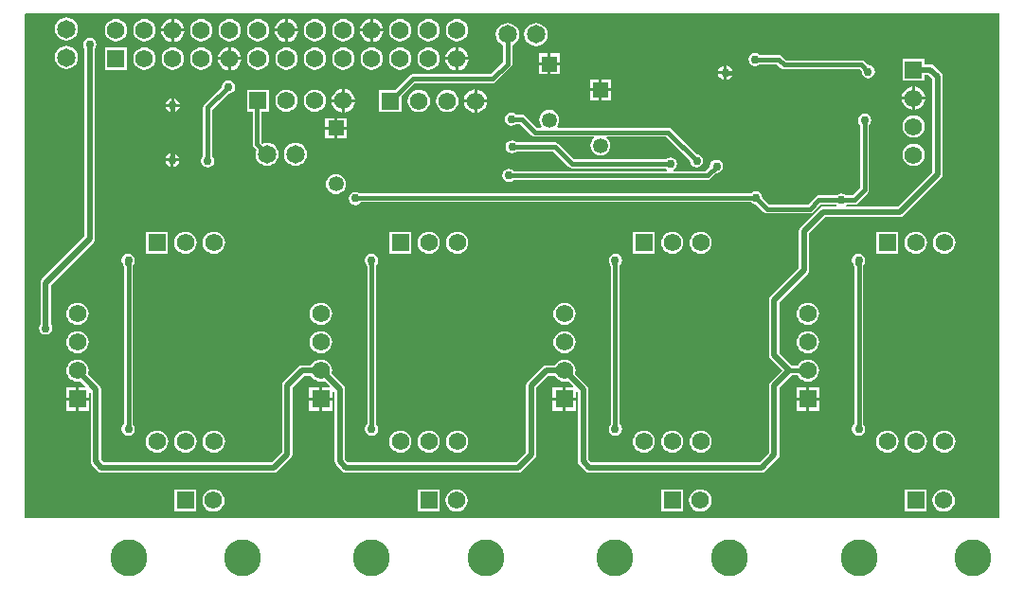
<source format=gbl>
%FSTAX23Y23*%
%MOIN*%
%SFA1B1*%

%IPPOS*%
%ADD26R,0.062000X0.062000*%
%ADD27C,0.062000*%
%ADD28C,0.053150*%
%ADD29R,0.053150X0.053150*%
%ADD30R,0.062000X0.062000*%
%ADD31C,0.129920*%
%ADD32C,0.065000*%
%ADD33C,0.030000*%
%ADD34C,0.015000*%
%ADD35C,0.020000*%
%ADD36R,0.209650X0.198820*%
%LNboard_pcb-1*%
%LPD*%
G36*
X04432Y03198D02*
D01*
Y01424*
X01005Y01422*
X01Y01427*
Y03195*
X01004Y03198*
X04432*
G37*
%LNboard_pcb-2*%
%LPC*%
G36*
X0338Y02431D02*
X0337Y0243D01*
X0336Y02426*
X03352Y0242*
X03346Y02411*
X03342Y02402*
X03341Y02392*
X03342Y02382*
X03346Y02372*
X03352Y02364*
X0336Y02358*
X0337Y02354*
X0338Y02352*
X0339Y02354*
X034Y02358*
X03408Y02364*
X03414Y02372*
X03418Y02382*
X03419Y02392*
X03418Y02402*
X03414Y02411*
X03408Y0242*
X034Y02426*
X0339Y0243*
X0338Y02431*
G37*
G36*
X04136D02*
X04126Y0243D01*
X04117Y02426*
X04109Y0242*
X04102Y02411*
X04098Y02402*
X04097Y02392*
X04098Y02382*
X04102Y02372*
X04109Y02364*
X04117Y02358*
X04126Y02354*
X04136Y02352*
X04146Y02354*
X04156Y02358*
X04164Y02364*
X0417Y02372*
X04174Y02382*
X04176Y02392*
X04174Y02402*
X0417Y02411*
X04164Y0242*
X04156Y02426*
X04146Y0243*
X04136Y02431*
G37*
G36*
X02523D02*
X02513Y0243D01*
X02503Y02426*
X02495Y0242*
X02489Y02411*
X02485Y02402*
X02483Y02392*
X02485Y02382*
X02489Y02372*
X02495Y02364*
X02503Y02358*
X02513Y02354*
X02523Y02352*
X02533Y02354*
X02542Y02358*
X02551Y02364*
X02557Y02372*
X02561Y02382*
X02562Y02392*
X02561Y02402*
X02557Y02411*
X02551Y0242*
X02542Y02426*
X02533Y0243*
X02523Y02431*
G37*
G36*
X0328D02*
X0327Y0243D01*
X0326Y02426*
X03252Y0242*
X03246Y02411*
X03242Y02402*
X03241Y02392*
X03242Y02382*
X03246Y02372*
X03252Y02364*
X0326Y02358*
X0327Y02354*
X0328Y02352*
X0329Y02354*
X033Y02358*
X03308Y02364*
X03314Y02372*
X03318Y02382*
X03319Y02392*
X03318Y02402*
X03314Y02411*
X03308Y0242*
X033Y02426*
X0329Y0243*
X0328Y02431*
G37*
G36*
X04236D02*
X04226Y0243D01*
X04217Y02426*
X04209Y0242*
X04202Y02411*
X04198Y02402*
X04197Y02392*
X04198Y02382*
X04202Y02372*
X04209Y02364*
X04217Y02358*
X04226Y02354*
X04236Y02352*
X04246Y02354*
X04256Y02358*
X04264Y02364*
X0427Y02372*
X04274Y02382*
X04276Y02392*
X04274Y02402*
X0427Y02411*
X04264Y0242*
X04256Y02426*
X04246Y0243*
X04236Y02431*
G37*
G36*
X03219Y02431D02*
X03141D01*
Y02353*
X03219*
Y02431*
G37*
G36*
X04075D02*
X03997D01*
Y02353*
X04075*
Y02431*
G37*
G36*
X01505D02*
X01427D01*
Y02353*
X01505*
Y02431*
G37*
G36*
X02362D02*
X02284D01*
Y02353*
X02362*
Y02431*
G37*
G36*
X02423Y02431D02*
X02413Y0243D01*
X02403Y02426*
X02395Y0242*
X02389Y02411*
X02385Y02402*
X02383Y02392*
X02385Y02382*
X02389Y02372*
X02395Y02364*
X02403Y02358*
X02413Y02354*
X02423Y02352*
X02433Y02354*
X02442Y02358*
X02451Y02364*
X02457Y02372*
X02461Y02382*
X02462Y02392*
X02461Y02402*
X02457Y02411*
X02451Y0242*
X02442Y02426*
X02433Y0243*
X02423Y02431*
G37*
G36*
X01231Y03114D02*
X01222Y03112D01*
X01214Y03107*
X01209Y03099*
X01207Y0309*
X01209Y03081*
X01212Y03076*
Y02415*
X01061Y02263*
X01057Y02258*
X01057Y02256*
X01056Y0225*
Y02105*
X01053Y021*
X01051Y02091*
X01053Y02082*
X01058Y02074*
X01065Y02069*
X01074Y02068*
X01083Y02069*
X01091Y02074*
X01096Y02082*
X01098Y02091*
X01096Y021*
X01093Y02105*
Y02243*
X01244Y02394*
X01248Y024*
X01248Y02401*
X01249Y02407*
Y03076*
X01252Y03081*
X01254Y0309*
X01252Y03099*
X01247Y03107*
X0124Y03112*
X01231Y03114*
G37*
G36*
X01187Y02181D02*
X01177Y0218D01*
X01167Y02176*
X01159Y0217*
X01153Y02161*
X01149Y02152*
X01148Y02142*
X01149Y02132*
X01153Y02122*
X01159Y02114*
X01167Y02108*
X01177Y02104*
X01187Y02102*
X01197Y02104*
X01207Y02108*
X01215Y02114*
X01221Y02122*
X01225Y02132*
X01226Y02142*
X01225Y02152*
X01221Y02161*
X01215Y0217*
X01207Y02176*
X01197Y0218*
X01187Y02181*
G37*
G36*
X029Y02081D02*
X0289Y0208D01*
X02881Y02076*
X02873Y0207*
X02866Y02061*
X02862Y02052*
X02861Y02042*
X02862Y02032*
X02866Y02022*
X02873Y02014*
X02881Y02008*
X0289Y02004*
X029Y02002*
X02911Y02004*
X0292Y02008*
X02928Y02014*
X02935Y02022*
X02938Y02032*
X0294Y02042*
X02938Y02052*
X02935Y02061*
X02928Y0207*
X0292Y02076*
X02911Y0208*
X029Y02081*
G37*
G36*
X03757D02*
X03747Y0208D01*
X03737Y02076*
X03729Y0207*
X03723Y02061*
X03719Y02052*
X03717Y02042*
X03719Y02032*
X03723Y02022*
X03729Y02014*
X03737Y02008*
X03747Y02004*
X03757Y02002*
X03767Y02004*
X03776Y02008*
X03785Y02014*
X03791Y02022*
X03795Y02032*
X03796Y02042*
X03795Y02052*
X03791Y02061*
X03785Y0207*
X03776Y02076*
X03767Y0208*
X03757Y02081*
G37*
G36*
X02043Y02181D02*
X02033Y0218D01*
X02024Y02176*
X02015Y0217*
X02009Y02161*
X02005Y02152*
X02004Y02142*
X02005Y02132*
X02009Y02122*
X02015Y02114*
X02024Y02108*
X02033Y02104*
X02043Y02102*
X02053Y02104*
X02063Y02108*
X02071Y02114*
X02077Y02122*
X02081Y02132*
X02083Y02142*
X02081Y02152*
X02077Y02161*
X02071Y0217*
X02063Y02176*
X02053Y0218*
X02043Y02181*
G37*
G36*
X01566Y02431D02*
X01556Y0243D01*
X01547Y02426*
X01539Y0242*
X01532Y02411*
X01528Y02402*
X01527Y02392*
X01528Y02382*
X01532Y02372*
X01539Y02364*
X01547Y02358*
X01556Y02354*
X01566Y02352*
X01577Y02354*
X01586Y02358*
X01594Y02364*
X01601Y02372*
X01604Y02382*
X01606Y02392*
X01604Y02402*
X01601Y02411*
X01594Y0242*
X01586Y02426*
X01577Y0243*
X01566Y02431*
G37*
G36*
X01666D02*
X01656Y0243D01*
X01647Y02426*
X01639Y0242*
X01632Y02411*
X01628Y02402*
X01627Y02392*
X01628Y02382*
X01632Y02372*
X01639Y02364*
X01647Y02358*
X01656Y02354*
X01666Y02352*
X01677Y02354*
X01686Y02358*
X01694Y02364*
X01701Y02372*
X01704Y02382*
X01706Y02392*
X01704Y02402*
X01701Y02411*
X01694Y0242*
X01686Y02426*
X01677Y0243*
X01666Y02431*
G37*
G36*
X029Y02181D02*
X0289Y0218D01*
X02881Y02176*
X02873Y0217*
X02866Y02161*
X02862Y02152*
X02861Y02142*
X02862Y02132*
X02866Y02122*
X02873Y02114*
X02881Y02108*
X0289Y02104*
X029Y02102*
X02911Y02104*
X0292Y02108*
X02928Y02114*
X02935Y02122*
X02938Y02132*
X0294Y02142*
X02938Y02152*
X02935Y02161*
X02928Y0217*
X0292Y02176*
X02911Y0218*
X029Y02181*
G37*
G36*
X03757D02*
X03747Y0218D01*
X03737Y02176*
X03729Y0217*
X03723Y02161*
X03719Y02152*
X03717Y02142*
X03719Y02132*
X03723Y02122*
X03729Y02114*
X03737Y02108*
X03747Y02104*
X03757Y02102*
X03767Y02104*
X03776Y02108*
X03785Y02114*
X03791Y02122*
X03795Y02132*
X03796Y02142*
X03795Y02152*
X03791Y02161*
X03785Y0217*
X03776Y02176*
X03767Y0218*
X03757Y02181*
G37*
G36*
X04168Y0304D02*
X0409D01*
Y02962*
X04168*
Y02983*
X04181*
X04195Y02969*
Y0264*
X04074Y02519*
X03894*
X03891Y02524*
X03893Y02526*
X0392*
X03926Y02527*
X03931Y02531*
X03967Y02567*
X03971Y02572*
X03972Y02578*
Y02806*
X03973Y02807*
X03978Y02814*
X0398Y02823*
X03978Y02832*
X03973Y0284*
X03965Y02845*
X03956Y02847*
X03947Y02845*
X0394Y0284*
X03935Y02832*
X03933Y02823*
X03935Y02814*
X0394Y02807*
X0394Y02806*
Y02585*
X03913Y02558*
X03892*
X03891Y02558*
X03883Y02563*
X03875Y02565*
X03866Y02563*
X03858Y02558*
X03857Y02558*
X03795*
X03789Y02556*
X03784Y02553*
X03758Y02527*
X03619*
X03597Y0255*
X03597Y02551*
X03595Y0256*
X0359Y02567*
X03582Y02572*
X03573Y02574*
X03564Y02572*
X03557Y02567*
X03556Y02566*
X02178*
X02174Y02569*
X02165Y02571*
X02156Y02569*
X02148Y02564*
X02143Y02557*
X02141Y02548*
X02143Y02539*
X02148Y02531*
X02156Y02526*
X02165Y02524*
X02174Y02526*
X02181Y02531*
X02184Y02535*
X03556*
X03557Y02534*
X03564Y02529*
X03573Y02527*
X03574Y02527*
X03602Y025*
X03607Y02497*
X03613Y02496*
X03764*
X0377Y02497*
X03775Y025*
X03801Y02526*
X03856*
X03858Y02524*
X03855Y02519*
X03811*
X03805Y02518*
X03804Y02517*
X03798Y02513*
X03731Y02447*
X03727Y02441*
X03726Y02439*
X03725Y02434*
Y02304*
X03625Y02204*
X03621Y02198*
X03621Y02197*
X0362Y02191*
Y01995*
X03621Y01989*
X03621Y01988*
X03625Y01982*
X03666Y01942*
X03626Y01902*
X03622Y01896*
X03622Y01895*
X03621Y01889*
Y01654*
X03586Y01619*
X02994*
X02984Y01629*
Y01877*
X02983Y01883*
X02983Y01884*
X02979Y0189*
X02938Y01931*
X02938Y01932*
X0294Y01942*
X02938Y01952*
X02935Y01961*
X02928Y0197*
X0292Y01976*
X02911Y0198*
X029Y01981*
X0289Y0198*
X02881Y01976*
X02873Y0197*
X02866Y01961*
X02866Y0196*
X02836*
X0283Y01959*
X02828Y01959*
X02823Y01955*
X0277Y01902*
X02766Y01896*
X02766Y01895*
X02765Y01889*
Y01654*
X0273Y01619*
X02138*
X02128Y01629*
Y01877*
X02127Y01883*
X02127Y01884*
X02123Y0189*
X02081Y01932*
X02083Y01942*
X02081Y01952*
X02077Y01961*
X02071Y0197*
X02063Y01976*
X02053Y0198*
X02043Y01981*
X02033Y0198*
X02024Y01976*
X02015Y0197*
X02009Y01961*
X02009Y0196*
X01977*
X01971Y01959*
X0197Y01959*
X01964Y01955*
X01912Y01902*
X01908Y01896*
X01908Y01895*
X01906Y01889*
Y01654*
X01872Y01619*
X0128*
X0127Y01629*
Y01877*
X01269Y01883*
X01268Y01884*
X01264Y0189*
X01224Y0193*
X01225Y01932*
X01226Y01942*
X01225Y01952*
X01221Y01961*
X01215Y0197*
X01207Y01976*
X01197Y0198*
X01187Y01981*
X01177Y0198*
X01167Y01976*
X01159Y0197*
X01153Y01961*
X01149Y01952*
X01148Y01942*
X01149Y01932*
X01153Y01922*
X01159Y01914*
X01167Y01908*
X01177Y01904*
X01187Y01902*
X01197Y01904*
X01198Y01904*
X01215Y01887*
X01213Y01883*
X01192*
Y01847*
X01228*
Y01863*
X01233Y01865*
X01233Y01865*
Y01622*
X01234Y01616*
X01235Y01615*
X01238Y01609*
X01259Y01588*
X01265Y01584*
X01266Y01584*
X01272Y01583*
X01879*
X01885Y01584*
X01886Y01584*
X01892Y01588*
X01938Y01633*
X01942Y01639*
X01942Y0164*
X01943Y01646*
Y01882*
X01985Y01923*
X02009*
X02009Y01922*
X02015Y01914*
X02024Y01908*
X02033Y01904*
X02043Y01902*
X02053Y01904*
X02056Y01905*
X02074Y01887*
X02072Y01883*
X02048*
Y01847*
X02084*
Y01867*
X02089Y0187*
X02091Y01868*
Y01622*
X02093Y01616*
X02093Y01615*
X02097Y01609*
X02117Y01588*
X02123Y01584*
X02125Y01584*
X0213Y01583*
X02738*
X02744Y01584*
X02745Y01584*
X02751Y01588*
X02796Y01633*
X028Y01639*
X028Y0164*
X02801Y01646*
Y01882*
X02843Y01923*
X02866*
X02866Y01922*
X02873Y01914*
X02881Y01908*
X0289Y01904*
X029Y01902*
X02911Y01904*
X02913Y01905*
X0293Y01887*
X02928Y01883*
X02905*
Y01847*
X02941*
Y01865*
X02946Y01867*
X02948Y01866*
Y01622*
X02949Y01616*
X02949Y01615*
X02953Y01609*
X02974Y01588*
X0298Y01584*
X02981Y01584*
X02987Y01583*
X03594*
X036Y01584*
X03601Y01584*
X03607Y01588*
X03652Y01633*
X03656Y01639*
X03656Y0164*
X03658Y01646*
Y01882*
X03702Y01926*
X03721*
X03723Y01922*
X03729Y01914*
X03737Y01908*
X03747Y01904*
X03757Y01902*
X03767Y01904*
X03776Y01908*
X03785Y01914*
X03791Y01922*
X03795Y01932*
X03796Y01942*
X03795Y01952*
X03791Y01961*
X03785Y0197*
X03776Y01976*
X03767Y0198*
X03757Y01981*
X03747Y0198*
X03737Y01976*
X03729Y0197*
X03723Y01961*
X03721Y01958*
X03702*
X03657Y02003*
Y02184*
X03757Y02284*
X03761Y0229*
X03761Y02291*
X03762Y02297*
Y02426*
X03818Y02482*
X04081*
X04087Y02483*
X04088Y02484*
X04094Y02488*
X04226Y02619*
X04229Y02623*
X0423Y02625*
X04231Y02632*
Y02977*
X0423Y02984*
X04226Y0299*
X04201Y03014*
X04196Y03018*
X04194Y03019*
X04188Y0302*
X04168*
Y0304*
G37*
G36*
X02133Y0279D02*
X02101D01*
Y02758*
X02133*
Y0279*
G37*
G36*
X04129Y02841D02*
X04119Y02839D01*
X0411Y02836*
X04102Y02829*
X04095Y02821*
X04091Y02812*
X0409Y02801*
X04091Y02791*
X04095Y02782*
X04102Y02774*
X0411Y02767*
X04119Y02763*
X04129Y02762*
X0414Y02763*
X04149Y02767*
X04157Y02774*
X04163Y02782*
X04167Y02791*
X04169Y02801*
X04167Y02812*
X04163Y02821*
X04157Y02829*
X04149Y02836*
X0414Y02839*
X04129Y02841*
G37*
G36*
X03814Y02717D02*
X03795D01*
Y02697*
X038Y02698*
X03808Y02704*
X03813Y02712*
X03814Y02717*
G37*
G36*
X02091Y0279D02*
X02059D01*
Y02758*
X02091*
Y0279*
G37*
G36*
X02847Y02859D02*
X02838Y02858D01*
X0283Y02855*
X02822Y02849*
X02817Y02842*
X02813Y02833*
X02812Y02824*
X02813Y02815*
X02817Y02807*
X02821Y02802*
X02818Y02797*
X02802*
X02761Y02838*
X02756Y02842*
X0275Y02843*
X0273*
X0273Y02844*
X02722Y02849*
X02713Y02851*
X02704Y02849*
X02697Y02844*
X02691Y02836*
X0269Y02827*
X02691Y02818*
X02697Y02811*
X02704Y02806*
X02713Y02804*
X02722Y02806*
X0273Y02811*
X0273Y02811*
X02743*
X02785Y0277*
X0279Y02766*
X02796Y02765*
X03003*
X03005Y0276*
X03002Y02758*
X02997Y02751*
X02993Y02743*
X02992Y02734*
X02993Y02725*
X02997Y02716*
X03002Y02709*
X0301Y02704*
X03018Y027*
X03027Y02699*
X03036Y027*
X03045Y02704*
X03052Y02709*
X03057Y02716*
X03061Y02725*
X03062Y02734*
X03061Y02743*
X03057Y02751*
X03052Y02758*
X03049Y0276*
X03051Y02765*
X03259*
X03342Y02682*
X03342Y02681*
X03344Y02672*
X03349Y02664*
X03357Y02659*
X03366Y02657*
X03375Y02659*
X03382Y02664*
X03387Y02672*
X03389Y02681*
X03387Y0269*
X03382Y02697*
X03375Y02702*
X03366Y02704*
X03365Y02704*
X03276Y02792*
X03271Y02796*
X03265Y02797*
X02876*
X02873Y02802*
X02877Y02807*
X02881Y02815*
X02882Y02824*
X02881Y02833*
X02877Y02842*
X02872Y02849*
X02864Y02855*
X02856Y02858*
X02847Y02859*
G37*
G36*
X02583Y02886D02*
X02547D01*
X02548Y02881*
X02552Y02871*
X02559Y02862*
X02567Y02855*
X02577Y02851*
X02583Y02851*
Y02886*
G37*
G36*
X02629D02*
X02593D01*
Y02851*
X02599Y02851*
X02609Y02855*
X02617Y02862*
X02624Y02871*
X02628Y02881*
X02629Y02886*
G37*
G36*
X02091Y02831D02*
X02059D01*
Y028*
X02091*
Y02831*
G37*
G36*
X02133D02*
X02101D01*
Y028*
X02133*
Y02831*
G37*
G36*
X03643Y02717D02*
X03624D01*
X03625Y02712*
X0363Y02704*
X03638Y02698*
X03643Y02697*
Y02717*
G37*
G36*
X01515Y02678D02*
X01496D01*
X01497Y02673*
X01502Y02665*
X0151Y02659*
X01515Y02658*
Y02678*
G37*
G36*
X01545D02*
X01525D01*
Y02658*
X0153Y02659*
X01538Y02665*
X01544Y02673*
X01545Y02678*
G37*
G36*
X02096Y02633D02*
X02087Y02632D01*
X02079Y02628*
X02071Y02623*
X02066Y02615*
X02062Y02607*
X02061Y02598*
X02062Y02589*
X02066Y0258*
X02071Y02573*
X02079Y02568*
X02087Y02564*
X02096Y02563*
X02105Y02564*
X02113Y02568*
X02121Y02573*
X02126Y0258*
X0213Y02589*
X02131Y02598*
X0213Y02607*
X02126Y02615*
X02121Y02623*
X02113Y02628*
X02105Y02632*
X02096Y02633*
G37*
G36*
X02716Y02753D02*
X02707Y02751D01*
X02699Y02746*
X02694Y02739*
X02693Y0273*
X02694Y02721*
X02699Y02713*
X02707Y02708*
X02716Y02706*
X02725Y02708*
X02733Y02713*
X02733Y02714*
X0286*
X02915Y02659*
X02921Y02655*
X02927Y02654*
X03256*
X03257Y02653*
X03262Y02649*
X03261Y02644*
X02722*
X02722Y02645*
X02714Y0265*
X02705Y02652*
X02696Y0265*
X02689Y02645*
X02684Y02637*
X02682Y02628*
X02684Y02619*
X02689Y02612*
X02696Y02607*
X02705Y02605*
X02714Y02607*
X02722Y02612*
X02722Y02613*
X03403*
X03409Y02614*
X03414Y02617*
X03435Y02638*
X03436Y02637*
X03445Y02639*
X03452Y02644*
X03457Y02652*
X03459Y02661*
X03457Y0267*
X03452Y02678*
X03445Y02683*
X03436Y02684*
X03427Y02683*
X03419Y02678*
X03414Y0267*
X03412Y02661*
X03412Y0266*
X03397Y02644*
X03285*
X03284Y02649*
X0329Y02653*
X03295Y02661*
X03297Y0267*
X03295Y02679*
X0329Y02686*
X03282Y02691*
X03273Y02693*
X03264Y02691*
X03257Y02686*
X03256Y02686*
X02933*
X02878Y02741*
X02873Y02744*
X02867Y02746*
X02733*
X02733Y02746*
X02725Y02751*
X02716Y02753*
G37*
G36*
X04129Y02741D02*
X04119Y02739D01*
X0411Y02736*
X04102Y02729*
X04095Y02721*
X04091Y02712*
X0409Y02701*
X04091Y02691*
X04095Y02682*
X04102Y02674*
X0411Y02667*
X04119Y02663*
X04129Y02662*
X0414Y02663*
X04149Y02667*
X04157Y02674*
X04163Y02682*
X04167Y02691*
X04169Y02701*
X04167Y02712*
X04163Y02721*
X04157Y02729*
X04149Y02736*
X0414Y02739*
X04129Y02741*
G37*
G36*
X01515Y02707D02*
X0151Y02706D01*
X01502Y02701*
X01497Y02692*
X01496Y02688*
X01515*
Y02707*
G37*
G36*
X01525D02*
Y02688D01*
X01545*
X01544Y02692*
X01538Y02701*
X0153Y02706*
X01525Y02707*
G37*
G36*
X01861Y02931D02*
X01783D01*
Y02853*
X01804*
Y02738*
X01805Y02732*
X01808Y02727*
X01816Y02718*
X01814Y02714*
X01813Y02703*
X01814Y02693*
X01818Y02683*
X01825Y02674*
X01833Y02668*
X01843Y02664*
X01854Y02662*
X01864Y02664*
X01874Y02668*
X01883Y02674*
X01889Y02683*
X01893Y02693*
X01895Y02703*
X01893Y02714*
X01889Y02724*
X01883Y02732*
X01874Y02739*
X01864Y02743*
X01854Y02744*
X01843Y02743*
X01839Y02741*
X01835Y02744*
Y02853*
X01861*
Y02931*
G37*
G36*
X01954Y02744D02*
X01943Y02743D01*
X01933Y02739*
X01925Y02732*
X01918Y02724*
X01914Y02714*
X01913Y02703*
X01914Y02693*
X01918Y02683*
X01925Y02674*
X01933Y02668*
X01943Y02664*
X01954Y02662*
X01964Y02664*
X01974Y02668*
X01983Y02674*
X01989Y02683*
X01993Y02693*
X01995Y02703*
X01993Y02714*
X01989Y02724*
X01983Y02732*
X01974Y02739*
X01964Y02743*
X01954Y02744*
G37*
G36*
X02423Y01731D02*
X02413Y0173D01*
X02403Y01726*
X02395Y0172*
X02389Y01711*
X02385Y01702*
X02383Y01692*
X02385Y01682*
X02389Y01672*
X02395Y01664*
X02403Y01658*
X02413Y01654*
X02423Y01652*
X02433Y01654*
X02442Y01658*
X02451Y01664*
X02457Y01672*
X02461Y01682*
X02462Y01692*
X02461Y01702*
X02457Y01711*
X02451Y0172*
X02442Y01726*
X02433Y0173*
X02423Y01731*
G37*
G36*
X02523D02*
X02513Y0173D01*
X02503Y01726*
X02495Y0172*
X02489Y01711*
X02485Y01702*
X02483Y01692*
X02485Y01682*
X02489Y01672*
X02495Y01664*
X02503Y01658*
X02513Y01654*
X02523Y01652*
X02533Y01654*
X02542Y01658*
X02551Y01664*
X02557Y01672*
X02561Y01682*
X02562Y01692*
X02561Y01702*
X02557Y01711*
X02551Y0172*
X02542Y01726*
X02533Y0173*
X02523Y01731*
G37*
G36*
X01666D02*
X01656Y0173D01*
X01647Y01726*
X01639Y0172*
X01632Y01711*
X01628Y01702*
X01627Y01692*
X01628Y01682*
X01632Y01672*
X01639Y01664*
X01647Y01658*
X01656Y01654*
X01666Y01652*
X01677Y01654*
X01686Y01658*
X01694Y01664*
X01701Y01672*
X01704Y01682*
X01706Y01692*
X01704Y01702*
X01701Y01711*
X01694Y0172*
X01686Y01726*
X01677Y0173*
X01666Y01731*
G37*
G36*
X02323D02*
X02313Y0173D01*
X02303Y01726*
X02295Y0172*
X02289Y01711*
X02285Y01702*
X02283Y01692*
X02285Y01682*
X02289Y01672*
X02295Y01664*
X02303Y01658*
X02313Y01654*
X02323Y01652*
X02333Y01654*
X02342Y01658*
X02351Y01664*
X02357Y01672*
X02361Y01682*
X02362Y01692*
X02361Y01702*
X02357Y01711*
X02351Y0172*
X02342Y01726*
X02333Y0173*
X02323Y01731*
G37*
G36*
X0318D02*
X0317Y0173D01*
X0316Y01726*
X03152Y0172*
X03146Y01711*
X03142Y01702*
X03141Y01692*
X03142Y01682*
X03146Y01672*
X03152Y01664*
X0316Y01658*
X0317Y01654*
X0318Y01652*
X0319Y01654*
X032Y01658*
X03208Y01664*
X03214Y01672*
X03218Y01682*
X03219Y01692*
X03218Y01702*
X03214Y01711*
X03208Y0172*
X032Y01726*
X0319Y0173*
X0318Y01731*
G37*
G36*
X04036D02*
X04026Y0173D01*
X04017Y01726*
X04009Y0172*
X04002Y01711*
X03998Y01702*
X03997Y01692*
X03998Y01682*
X04002Y01672*
X04009Y01664*
X04017Y01658*
X04026Y01654*
X04036Y01652*
X04046Y01654*
X04056Y01658*
X04064Y01664*
X0407Y01672*
X04074Y01682*
X04076Y01692*
X04074Y01702*
X0407Y01711*
X04064Y0172*
X04056Y01726*
X04046Y0173*
X04036Y01731*
G37*
G36*
X04136D02*
X04126Y0173D01*
X04117Y01726*
X04109Y0172*
X04102Y01711*
X04098Y01702*
X04097Y01692*
X04098Y01682*
X04102Y01672*
X04109Y01664*
X04117Y01658*
X04126Y01654*
X04136Y01652*
X04146Y01654*
X04156Y01658*
X04164Y01664*
X0417Y01672*
X04174Y01682*
X04176Y01692*
X04174Y01702*
X0417Y01711*
X04164Y0172*
X04156Y01726*
X04146Y0173*
X04136Y01731*
G37*
G36*
X0328D02*
X0327Y0173D01*
X0326Y01726*
X03252Y0172*
X03246Y01711*
X03242Y01702*
X03241Y01692*
X03242Y01682*
X03246Y01672*
X03252Y01664*
X0326Y01658*
X0327Y01654*
X0328Y01652*
X0329Y01654*
X033Y01658*
X03308Y01664*
X03314Y01672*
X03318Y01682*
X03319Y01692*
X03318Y01702*
X03314Y01711*
X03308Y0172*
X033Y01726*
X0329Y0173*
X0328Y01731*
G37*
G36*
X0338D02*
X0337Y0173D01*
X0336Y01726*
X03352Y0172*
X03346Y01711*
X03342Y01702*
X03341Y01692*
X03342Y01682*
X03346Y01672*
X03352Y01664*
X0336Y01658*
X0337Y01654*
X0338Y01652*
X0339Y01654*
X034Y01658*
X03408Y01664*
X03414Y01672*
X03418Y01682*
X03419Y01692*
X03418Y01702*
X03414Y01711*
X03408Y0172*
X034Y01726*
X0339Y0173*
X0338Y01731*
G37*
G36*
X01566D02*
X01556Y0173D01*
X01547Y01726*
X01539Y0172*
X01532Y01711*
X01528Y01702*
X01527Y01692*
X01528Y01682*
X01532Y01672*
X01539Y01664*
X01547Y01658*
X01556Y01654*
X01566Y01652*
X01577Y01654*
X01586Y01658*
X01594Y01664*
X01601Y01672*
X01604Y01682*
X01606Y01692*
X01604Y01702*
X01601Y01711*
X01594Y0172*
X01586Y01726*
X01577Y0173*
X01566Y01731*
G37*
G36*
X03378Y01524D02*
X03368Y01523D01*
X03359Y01519*
X03351Y01512*
X03344Y01504*
X0334Y01495*
X03339Y01485*
X0334Y01474*
X03344Y01465*
X03351Y01457*
X03359Y0145*
X03368Y01447*
X03378Y01445*
X03389Y01447*
X03398Y0145*
X03406Y01457*
X03413Y01465*
X03416Y01474*
X03418Y01485*
X03416Y01495*
X03413Y01504*
X03406Y01512*
X03398Y01519*
X03389Y01523*
X03378Y01524*
G37*
G36*
X04235D02*
X04225Y01523D01*
X04215Y01519*
X04207Y01512*
X04201Y01504*
X04197Y01495*
X04195Y01485*
X04197Y01474*
X04201Y01465*
X04207Y01457*
X04215Y0145*
X04225Y01447*
X04235Y01445*
X04245Y01447*
X04254Y0145*
X04263Y01457*
X04269Y01465*
X04273Y01474*
X04274Y01485*
X04273Y01495*
X04269Y01504*
X04263Y01512*
X04254Y01519*
X04245Y01523*
X04235Y01524*
G37*
G36*
X01665D02*
X01655Y01523D01*
X01645Y01519*
X01637Y01512*
X01631Y01504*
X01627Y01495*
X01626Y01485*
X01627Y01474*
X01631Y01465*
X01637Y01457*
X01645Y0145*
X01655Y01447*
X01665Y01445*
X01675Y01447*
X01685Y0145*
X01693Y01457*
X01699Y01465*
X01703Y01474*
X01704Y01485*
X01703Y01495*
X01699Y01504*
X01693Y01512*
X01685Y01519*
X01675Y01523*
X01665Y01524*
G37*
G36*
X02521D02*
X02511Y01523D01*
X02501Y01519*
X02493Y01512*
X02487Y01504*
X02483Y01495*
X02482Y01485*
X02483Y01474*
X02487Y01465*
X02493Y01457*
X02501Y0145*
X02511Y01447*
X02521Y01445*
X02531Y01447*
X02541Y0145*
X02549Y01457*
X02555Y01465*
X02559Y01474*
X0256Y01485*
X02559Y01495*
X02555Y01504*
X02549Y01512*
X02541Y01519*
X02531Y01523*
X02521Y01524*
G37*
G36*
X01605Y01524D02*
X01527D01*
Y01446*
X01605*
Y01524*
G37*
G36*
X04175D02*
X04097D01*
Y01446*
X04175*
Y01524*
G37*
G36*
X01466Y01731D02*
X01456Y0173D01*
X01447Y01726*
X01439Y0172*
X01432Y01711*
X01428Y01702*
X01427Y01692*
X01428Y01682*
X01432Y01672*
X01439Y01664*
X01447Y01658*
X01456Y01654*
X01466Y01652*
X01477Y01654*
X01486Y01658*
X01494Y01664*
X01501Y01672*
X01504Y01682*
X01506Y01692*
X01504Y01702*
X01501Y01711*
X01494Y0172*
X01486Y01726*
X01477Y0173*
X01466Y01731*
G37*
G36*
X02462Y01524D02*
X02384D01*
Y01446*
X02462*
Y01524*
G37*
G36*
X03319D02*
X03241D01*
Y01446*
X03319*
Y01524*
G37*
G36*
X04236Y01731D02*
X04226Y0173D01*
X04217Y01726*
X04209Y0172*
X04202Y01711*
X04198Y01702*
X04197Y01692*
X04198Y01682*
X04202Y01672*
X04209Y01664*
X04217Y01658*
X04226Y01654*
X04236Y01652*
X04246Y01654*
X04256Y01658*
X04264Y01664*
X0427Y01672*
X04274Y01682*
X04276Y01692*
X04274Y01702*
X0427Y01711*
X04264Y0172*
X04256Y01726*
X04246Y0173*
X04236Y01731*
G37*
G36*
X01182Y01883D02*
X01146D01*
Y01847*
X01182*
Y01883*
G37*
G36*
X02038D02*
X02002D01*
Y01847*
X02038*
Y01883*
G37*
G36*
X03752Y01837D02*
X03716D01*
Y01801*
X03752*
Y01837*
G37*
G36*
X03798D02*
X03762D01*
Y01801*
X03798*
Y01837*
G37*
G36*
X02895Y01883D02*
X02859D01*
Y01847*
X02895*
Y01883*
G37*
G36*
X01187Y02081D02*
X01177Y0208D01*
X01167Y02076*
X01159Y0207*
X01153Y02061*
X01149Y02052*
X01148Y02042*
X01149Y02032*
X01153Y02022*
X01159Y02014*
X01167Y02008*
X01177Y02004*
X01187Y02002*
X01197Y02004*
X01207Y02008*
X01215Y02014*
X01221Y02022*
X01225Y02032*
X01226Y02042*
X01225Y02052*
X01221Y02061*
X01215Y0207*
X01207Y02076*
X01197Y0208*
X01187Y02081*
G37*
G36*
X02043D02*
X02033Y0208D01*
X02024Y02076*
X02015Y0207*
X02009Y02061*
X02005Y02052*
X02004Y02042*
X02005Y02032*
X02009Y02022*
X02015Y02014*
X02024Y02008*
X02033Y02004*
X02043Y02002*
X02053Y02004*
X02063Y02008*
X02071Y02014*
X02077Y02022*
X02081Y02032*
X02083Y02042*
X02081Y02052*
X02077Y02061*
X02071Y0207*
X02063Y02076*
X02053Y0208*
X02043Y02081*
G37*
G36*
X03752Y01883D02*
X03716D01*
Y01847*
X03752*
Y01883*
G37*
G36*
X03798D02*
X03762D01*
Y01847*
X03798*
Y01883*
G37*
G36*
X02941Y01837D02*
X02905D01*
Y01801*
X02941*
Y01837*
G37*
G36*
X03079Y02354D02*
X0307Y02352D01*
X03063Y02347*
X03058Y02339*
X03056Y0233*
X03058Y02321*
X0306Y02318*
X03061Y02312*
X03063Y02308*
Y01753*
X03063Y01752*
X03058Y01745*
X03056Y01736*
X03058Y01727*
X03063Y01719*
X0307Y01714*
X03079Y01712*
X03088Y01714*
X03096Y01719*
X03101Y01727*
X03103Y01736*
X03101Y01745*
X03096Y01752*
X03095Y01753*
Y02313*
X03096Y02314*
X03101Y02321*
X03103Y0233*
X03101Y02339*
X03096Y02347*
X03088Y02352*
X03079Y02354*
G37*
G36*
X03936D02*
X03927Y02352D01*
X03919Y02347*
X03914Y02339*
X03912Y0233*
X03914Y02321*
X03916Y02318*
X03917Y02312*
X0392Y02308*
Y01753*
X03919Y01752*
X03914Y01745*
X03912Y01736*
X03914Y01727*
X03919Y01719*
X03927Y01714*
X03936Y01712*
X03945Y01714*
X03952Y01719*
X03957Y01727*
X03959Y01736*
X03957Y01745*
X03952Y01752*
X03951Y01753*
Y02313*
X03952Y02314*
X03957Y02321*
X03959Y0233*
X03957Y02339*
X03952Y02347*
X03945Y02352*
X03936Y02354*
G37*
G36*
X01366D02*
X01357Y02352D01*
X01349Y02347*
X01344Y02339*
X01342Y0233*
X01344Y02321*
X01346Y02318*
X01347Y02312*
X0135Y02308*
Y01753*
X01349Y01752*
X01344Y01745*
X01342Y01736*
X01344Y01727*
X01349Y01719*
X01357Y01714*
X01366Y01712*
X01375Y01714*
X01382Y01719*
X01387Y01727*
X01389Y01736*
X01387Y01745*
X01382Y01752*
X01381Y01753*
Y02313*
X01382Y02314*
X01387Y02321*
X01389Y0233*
X01387Y02339*
X01382Y02347*
X01375Y02352*
X01366Y02354*
G37*
G36*
X02222D02*
X02213Y02352D01*
X02205Y02347*
X022Y02339*
X02198Y0233*
X022Y02321*
X02202Y02318*
X02203Y02312*
X02206Y02308*
Y01753*
X02205Y01752*
X022Y01745*
X02198Y01736*
X022Y01727*
X02205Y01719*
X02213Y01714*
X02222Y01712*
X02231Y01714*
X02239Y01719*
X02244Y01727*
X02245Y01736*
X02244Y01745*
X02239Y01752*
X02238Y01753*
Y02313*
X02239Y02314*
X02244Y02321*
X02245Y0233*
X02244Y02339*
X02239Y02347*
X02231Y02352*
X02222Y02354*
G37*
G36*
X01182Y01837D02*
X01146D01*
Y01801*
X01182*
Y01837*
G37*
G36*
X02084D02*
X02048D01*
Y01801*
X02084*
Y01837*
G37*
G36*
X02895D02*
X02859D01*
Y01801*
X02895*
Y01837*
G37*
G36*
X01228D02*
X01192D01*
Y01801*
X01228*
Y01837*
G37*
G36*
X02038D02*
X02002D01*
Y01801*
X02038*
Y01837*
G37*
G36*
X02117Y02887D02*
X02082D01*
X02082Y02881*
X02086Y02871*
X02093Y02863*
X02102Y02856*
X02112Y02852*
X02117Y02851*
Y02887*
G37*
G36*
X01727Y03081D02*
Y03045D01*
X01763*
X01762Y03051*
X01758Y03061*
X01752Y03069*
X01743Y03076*
X01733Y0308*
X01727Y03081*
G37*
G36*
X02517D02*
X02512Y0308D01*
X02502Y03076*
X02493Y03069*
X02487Y03061*
X02482Y03051*
X02482Y03045*
X02517*
Y03081*
G37*
G36*
X02884Y03058D02*
X02852D01*
Y03026*
X02884*
Y03058*
G37*
G36*
X01717Y03081D02*
X01712Y0308D01*
X01702Y03076*
X01693Y03069*
X01687Y03061*
X01682Y03051*
X01682Y03045*
X01717*
Y03081*
G37*
G36*
X02527D02*
Y03045D01*
X02563*
X02562Y03051*
X02558Y03061*
X02552Y03069*
X02543Y03076*
X02533Y0308*
X02527Y03081*
G37*
G36*
X01563Y03135D02*
X01527D01*
Y03099*
X01533Y031*
X01543Y03104*
X01552Y03111*
X01558Y03119*
X01562Y03129*
X01563Y03135*
G37*
G36*
X01917D02*
X01882D01*
X01882Y03129*
X01887Y03119*
X01893Y03111*
X01902Y03104*
X01912Y031*
X01917Y03099*
Y03135*
G37*
G36*
X028Y03165D02*
X0279Y03164D01*
X0278Y0316*
X02771Y03153*
X02765Y03145*
X02761Y03135*
X02759Y03125*
X02761Y03114*
X02765Y03104*
X02771Y03096*
X0278Y03089*
X0279Y03085*
X028Y03084*
X02811Y03085*
X02821Y03089*
X02829Y03096*
X02836Y03104*
X0284Y03114*
X02841Y03125*
X0284Y03135*
X02836Y03145*
X02829Y03153*
X02821Y0316*
X02811Y03164*
X028Y03165*
G37*
G36*
X01517Y03135D02*
X01482D01*
X01482Y03129*
X01487Y03119*
X01493Y03111*
X01502Y03104*
X01512Y031*
X01517Y03099*
Y03135*
G37*
G36*
X02842Y03058D02*
X0281D01*
Y03026*
X02842*
Y03058*
G37*
G36*
X02022Y03079D02*
X02012Y03078D01*
X02003Y03074*
X01995Y03068*
X01988Y0306*
X01984Y0305*
X01983Y0304*
X01984Y0303*
X01988Y0302*
X01995Y03012*
X02003Y03006*
X02012Y03002*
X02022Y03001*
X02033Y03002*
X02042Y03006*
X0205Y03012*
X02056Y0302*
X0206Y0303*
X02062Y0304*
X0206Y0305*
X02056Y0306*
X0205Y03068*
X02042Y03074*
X02033Y03078*
X02022Y03079*
G37*
G36*
X02122D02*
X02112Y03078D01*
X02103Y03074*
X02095Y03068*
X02088Y0306*
X02084Y0305*
X02083Y0304*
X02084Y0303*
X02088Y0302*
X02095Y03012*
X02103Y03006*
X02112Y03002*
X02122Y03001*
X02133Y03002*
X02142Y03006*
X0215Y03012*
X02156Y0302*
X0216Y0303*
X02162Y0304*
X0216Y0305*
X02156Y0306*
X0215Y03068*
X02142Y03074*
X02133Y03078*
X02122Y03079*
G37*
G36*
X01822D02*
X01812Y03078D01*
X01803Y03074*
X01795Y03068*
X01788Y0306*
X01784Y0305*
X01783Y0304*
X01784Y0303*
X01788Y0302*
X01795Y03012*
X01803Y03006*
X01812Y03002*
X01822Y03001*
X01833Y03002*
X01842Y03006*
X0185Y03012*
X01856Y0302*
X0186Y0303*
X01862Y0304*
X0186Y0305*
X01856Y0306*
X0185Y03068*
X01842Y03074*
X01833Y03078*
X01822Y03079*
G37*
G36*
X01922D02*
X01912Y03078D01*
X01903Y03074*
X01895Y03068*
X01888Y0306*
X01884Y0305*
X01883Y0304*
X01884Y0303*
X01888Y0302*
X01895Y03012*
X01903Y03006*
X01912Y03002*
X01922Y03001*
X01933Y03002*
X01942Y03006*
X0195Y03012*
X01956Y0302*
X0196Y0303*
X01962Y0304*
X0196Y0305*
X01956Y0306*
X0195Y03068*
X01942Y03074*
X01933Y03078*
X01922Y03079*
G37*
G36*
X02222D02*
X02212Y03078D01*
X02203Y03074*
X02195Y03068*
X02188Y0306*
X02184Y0305*
X02183Y0304*
X02184Y0303*
X02188Y0302*
X02195Y03012*
X02203Y03006*
X02212Y03002*
X02222Y03001*
X02233Y03002*
X02242Y03006*
X0225Y03012*
X02256Y0302*
X0226Y0303*
X02262Y0304*
X0226Y0305*
X02256Y0306*
X0225Y03068*
X02242Y03074*
X02233Y03078*
X02222Y03079*
G37*
G36*
X01361Y03079D02*
X01283D01*
Y03001*
X01361*
Y03079*
G37*
G36*
X01148Y03085D02*
X01138Y03084D01*
X01128Y0308*
X01119Y03073*
X01113Y03065*
X01109Y03055*
X01107Y03044*
X01109Y03034*
X01113Y03024*
X01119Y03015*
X01128Y03009*
X01138Y03005*
X01148Y03003*
X01159Y03005*
X01169Y03009*
X01177Y03015*
X01184Y03024*
X01188Y03034*
X01189Y03044*
X01188Y03055*
X01184Y03065*
X01177Y03073*
X01169Y0308*
X01159Y03084*
X01148Y03085*
G37*
G36*
X02322Y03079D02*
X02312Y03078D01*
X02303Y03074*
X02295Y03068*
X02288Y0306*
X02284Y0305*
X02283Y0304*
X02284Y0303*
X02288Y0302*
X02295Y03012*
X02303Y03006*
X02312Y03002*
X02322Y03001*
X02333Y03002*
X02342Y03006*
X0235Y03012*
X02356Y0302*
X0236Y0303*
X02362Y0304*
X0236Y0305*
X02356Y0306*
X0235Y03068*
X02342Y03074*
X02333Y03078*
X02322Y03079*
G37*
G36*
X02422D02*
X02412Y03078D01*
X02403Y03074*
X02395Y03068*
X02388Y0306*
X02384Y0305*
X02383Y0304*
X02384Y0303*
X02388Y0302*
X02395Y03012*
X02403Y03006*
X02412Y03002*
X02422Y03001*
X02433Y03002*
X02442Y03006*
X0245Y03012*
X02456Y0302*
X0246Y0303*
X02462Y0304*
X0246Y0305*
X02456Y0306*
X0245Y03068*
X02442Y03074*
X02433Y03078*
X02422Y03079*
G37*
G36*
X01963Y03135D02*
X01927D01*
Y03099*
X01933Y031*
X01943Y03104*
X01952Y03111*
X01958Y03119*
X01962Y03129*
X01963Y03135*
G37*
G36*
X01148Y03185D02*
X01138Y03184D01*
X01128Y0318*
X01119Y03173*
X01113Y03165*
X01109Y03155*
X01107Y03144*
X01109Y03134*
X01113Y03124*
X01119Y03115*
X01128Y03109*
X01138Y03105*
X01148Y03103*
X01159Y03105*
X01169Y03109*
X01177Y03115*
X01184Y03124*
X01188Y03134*
X01189Y03144*
X01188Y03155*
X01184Y03165*
X01177Y03173*
X01169Y0318*
X01159Y03184*
X01148Y03185*
G37*
G36*
X01517Y03181D02*
X01512Y0318D01*
X01502Y03176*
X01493Y03169*
X01487Y03161*
X01482Y03151*
X01482Y03145*
X01517*
Y03181*
G37*
G36*
X02422Y03179D02*
X02412Y03178D01*
X02403Y03174*
X02395Y03168*
X02388Y0316*
X02384Y0315*
X02383Y0314*
X02384Y0313*
X02388Y0312*
X02395Y03112*
X02403Y03106*
X02412Y03102*
X02422Y03101*
X02433Y03102*
X02442Y03106*
X0245Y03112*
X02456Y0312*
X0246Y0313*
X02462Y0314*
X0246Y0315*
X02456Y0316*
X0245Y03168*
X02442Y03174*
X02433Y03178*
X02422Y03179*
G37*
G36*
X02522D02*
X02512Y03178D01*
X02503Y03174*
X02495Y03168*
X02488Y0316*
X02484Y0315*
X02483Y0314*
X02484Y0313*
X02488Y0312*
X02495Y03112*
X02503Y03106*
X02512Y03102*
X02522Y03101*
X02533Y03102*
X02542Y03106*
X0255Y03112*
X02556Y0312*
X0256Y0313*
X02562Y0314*
X0256Y0315*
X02556Y0316*
X0255Y03168*
X02542Y03174*
X02533Y03178*
X02522Y03179*
G37*
G36*
X01527Y03181D02*
Y03145D01*
X01563*
X01562Y03151*
X01558Y03161*
X01552Y03169*
X01543Y03176*
X01533Y0318*
X01527Y03181*
G37*
G36*
X02217D02*
X02212Y0318D01*
X02202Y03176*
X02193Y03169*
X02187Y03161*
X02182Y03151*
X02182Y03145*
X02217*
Y03181*
G37*
G36*
X02227D02*
Y03145D01*
X02263*
X02262Y03151*
X02258Y03161*
X02252Y03169*
X02243Y03176*
X02233Y0318*
X02227Y03181*
G37*
G36*
X01917D02*
X01912Y0318D01*
X01902Y03176*
X01893Y03169*
X01887Y03161*
X01882Y03151*
X01882Y03145*
X01917*
Y03181*
G37*
G36*
X01927D02*
Y03145D01*
X01963*
X01962Y03151*
X01958Y03161*
X01952Y03169*
X01943Y03176*
X01933Y0318*
X01927Y03181*
G37*
G36*
X02322Y03179D02*
X02312Y03178D01*
X02303Y03174*
X02295Y03168*
X02288Y0316*
X02284Y0315*
X02283Y0314*
X02284Y0313*
X02288Y0312*
X02295Y03112*
X02303Y03106*
X02312Y03102*
X02322Y03101*
X02333Y03102*
X02342Y03106*
X0235Y03112*
X02356Y0312*
X0236Y0313*
X02362Y0314*
X0236Y0315*
X02356Y0316*
X0235Y03168*
X02342Y03174*
X02333Y03178*
X02322Y03179*
G37*
G36*
X01322D02*
X01312Y03178D01*
X01303Y03174*
X01295Y03168*
X01288Y0316*
X01284Y0315*
X01283Y0314*
X01284Y0313*
X01288Y0312*
X01295Y03112*
X01303Y03106*
X01312Y03102*
X01322Y03101*
X01333Y03102*
X01342Y03106*
X0135Y03112*
X01356Y0312*
X0136Y0313*
X01362Y0314*
X0136Y0315*
X01356Y0316*
X0135Y03168*
X01342Y03174*
X01333Y03178*
X01322Y03179*
G37*
G36*
X01422D02*
X01412Y03178D01*
X01403Y03174*
X01395Y03168*
X01388Y0316*
X01384Y0315*
X01383Y0314*
X01384Y0313*
X01388Y0312*
X01395Y03112*
X01403Y03106*
X01412Y03102*
X01422Y03101*
X01433Y03102*
X01442Y03106*
X0145Y03112*
X01456Y0312*
X0146Y0313*
X01462Y0314*
X0146Y0315*
X01456Y0316*
X0145Y03168*
X01442Y03174*
X01433Y03178*
X01422Y03179*
G37*
G36*
X02217Y03135D02*
X02182D01*
X02182Y03129*
X02187Y03119*
X02193Y03111*
X02202Y03104*
X02212Y031*
X02217Y03099*
Y03135*
G37*
G36*
X02263D02*
X02227D01*
Y03099*
X02233Y031*
X02243Y03104*
X02252Y03111*
X02258Y03119*
X02262Y03129*
X02263Y03135*
G37*
G36*
X01622Y03179D02*
X01612Y03178D01*
X01603Y03174*
X01595Y03168*
X01588Y0316*
X01584Y0315*
X01583Y0314*
X01584Y0313*
X01588Y0312*
X01595Y03112*
X01603Y03106*
X01612Y03102*
X01622Y03101*
X01633Y03102*
X01642Y03106*
X0165Y03112*
X01656Y0312*
X0166Y0313*
X01662Y0314*
X0166Y0315*
X01656Y0316*
X0165Y03168*
X01642Y03174*
X01633Y03178*
X01622Y03179*
G37*
G36*
X02022D02*
X02012Y03178D01*
X02003Y03174*
X01995Y03168*
X01988Y0316*
X01984Y0315*
X01983Y0314*
X01984Y0313*
X01988Y0312*
X01995Y03112*
X02003Y03106*
X02012Y03102*
X02022Y03101*
X02033Y03102*
X02042Y03106*
X0205Y03112*
X02056Y0312*
X0206Y0313*
X02062Y0314*
X0206Y0315*
X02056Y0316*
X0205Y03168*
X02042Y03174*
X02033Y03178*
X02022Y03179*
G37*
G36*
X02122D02*
X02112Y03178D01*
X02103Y03174*
X02095Y03168*
X02088Y0316*
X02084Y0315*
X02083Y0314*
X02084Y0313*
X02088Y0312*
X02095Y03112*
X02103Y03106*
X02112Y03102*
X02122Y03101*
X02133Y03102*
X02142Y03106*
X0215Y03112*
X02156Y0312*
X0216Y0313*
X02162Y0314*
X0216Y0315*
X02156Y0316*
X0215Y03168*
X02142Y03174*
X02133Y03178*
X02122Y03179*
G37*
G36*
X01722D02*
X01712Y03178D01*
X01703Y03174*
X01695Y03168*
X01688Y0316*
X01684Y0315*
X01683Y0314*
X01684Y0313*
X01688Y0312*
X01695Y03112*
X01703Y03106*
X01712Y03102*
X01722Y03101*
X01733Y03102*
X01742Y03106*
X0175Y03112*
X01756Y0312*
X0176Y0313*
X01762Y0314*
X0176Y0315*
X01756Y0316*
X0175Y03168*
X01742Y03174*
X01733Y03178*
X01722Y03179*
G37*
G36*
X01822D02*
X01812Y03178D01*
X01803Y03174*
X01795Y03168*
X01788Y0316*
X01784Y0315*
X01783Y0314*
X01784Y0313*
X01788Y0312*
X01795Y03112*
X01803Y03106*
X01812Y03102*
X01822Y03101*
X01833Y03102*
X01842Y03106*
X0185Y03112*
X01856Y0312*
X0186Y0313*
X01862Y0314*
X0186Y0315*
X01856Y0316*
X0185Y03168*
X01842Y03174*
X01833Y03178*
X01822Y03179*
G37*
G36*
X01622Y03079D02*
X01612Y03078D01*
X01603Y03074*
X01595Y03068*
X01588Y0306*
X01584Y0305*
X01583Y0304*
X01584Y0303*
X01588Y0302*
X01595Y03012*
X01603Y03006*
X01612Y03002*
X01622Y03001*
X01633Y03002*
X01642Y03006*
X0165Y03012*
X01656Y0302*
X0166Y0303*
X01662Y0304*
X0166Y0305*
X01656Y0306*
X0165Y03068*
X01642Y03074*
X01633Y03078*
X01622Y03079*
G37*
G36*
X03785Y02888D02*
X0378Y02887D01*
X03772Y02882*
X03769Y02878*
X03763*
X03761Y02882*
X03752Y02887*
X03748Y02888*
Y02864*
X03738*
Y02888*
X03733Y02887*
X03725Y02882*
X03722Y02878*
X03716*
X03713Y02882*
X03705Y02887*
X037Y02888*
Y02864*
X0369*
Y02888*
X03686Y02887*
X03677Y02882*
X03675Y02878*
X03669*
X03666Y02882*
X03658Y02887*
X03653Y02888*
Y02864*
X03648*
Y02859*
X03624*
X03625Y02854*
X0363Y02846*
X03634Y02843*
Y02837*
X0363Y02834*
X03625Y02826*
X03624Y02821*
X03648*
Y02811*
X03624*
X03625Y02807*
X0363Y02798*
X03634Y02796*
Y0279*
X0363Y02787*
X03625Y02779*
X03624Y02774*
X03648*
Y02764*
X03624*
X03625Y02759*
X0363Y02751*
X03634Y02749*
Y02743*
X0363Y0274*
X03625Y02732*
X03624Y02727*
X03648*
Y02722*
X03653*
Y02697*
X03658Y02698*
X03666Y02704*
X03669Y02708*
X03675*
X03677Y02704*
X03686Y02698*
X0369Y02697*
Y02722*
X037*
Y02697*
X03705Y02698*
X03713Y02704*
X03716Y02708*
X03722*
X03725Y02704*
X03733Y02698*
X03738Y02697*
Y02722*
X03748*
Y02697*
X03752Y02698*
X03761Y02704*
X03763Y02708*
X03769*
X03772Y02704*
X0378Y02698*
X03785Y02697*
Y02722*
X0379*
Y02727*
X03814*
X03813Y02732*
X03808Y0274*
X03804Y02743*
Y02749*
X03808Y02751*
X03813Y02759*
X03814Y02764*
X0379*
Y02774*
X03814*
X03813Y02779*
X03808Y02787*
X03804Y0279*
Y02796*
X03808Y02798*
X03813Y02807*
X03814Y02811*
X0379*
Y02821*
X03814*
X03813Y02826*
X03808Y02834*
X03804Y02837*
Y02843*
X03808Y02846*
X03813Y02854*
X03814Y02859*
X0379*
Y02864*
X03785*
Y02888*
G37*
G36*
X01516Y02901D02*
X01511Y029D01*
X01503Y02894*
X01498Y02886*
X01497Y02881*
X01516*
Y02901*
G37*
G36*
X03643Y02888D02*
X03638Y02887D01*
X0363Y02882*
X03625Y02873*
X03624Y02869*
X03643*
Y02888*
G37*
G36*
X03795D02*
Y02869D01*
X03814*
X03813Y02873*
X03808Y02882*
X038Y02887*
X03795Y02888*
G37*
G36*
X01526Y02901D02*
Y02881D01*
X01546*
X01545Y02886*
X01539Y02894*
X01531Y029*
X01526Y02901*
G37*
G36*
X02583Y02932D02*
X02577Y02931D01*
X02567Y02927*
X02559Y0292*
X02552Y02912*
X02548Y02902*
X02547Y02896*
X02583*
Y02932*
G37*
G36*
X02593D02*
Y02896D01*
X02629*
X02628Y02902*
X02624Y02912*
X02617Y0292*
X02609Y02927*
X02599Y02931*
X02593Y02932*
G37*
G36*
X03022Y02926D02*
X0299D01*
Y02894*
X03022*
Y02926*
G37*
G36*
X03064D02*
X03032D01*
Y02894*
X03064*
Y02926*
G37*
G36*
X0417Y02896D02*
X04134D01*
Y02861*
X0414Y02862*
X0415Y02866*
X04159Y02872*
X04165Y02881*
X04169Y02891*
X0417Y02896*
G37*
G36*
X02488Y02931D02*
X02478Y02929D01*
X02468Y02925*
X0246Y02919*
X02454Y02911*
X0245Y02901*
X02449Y02891*
X0245Y02881*
X02454Y02872*
X0246Y02863*
X02468Y02857*
X02478Y02853*
X02488Y02852*
X02498Y02853*
X02508Y02857*
X02516Y02863*
X02522Y02872*
X02526Y02881*
X02527Y02891*
X02526Y02901*
X02522Y02911*
X02516Y02919*
X02508Y02925*
X02498Y02929*
X02488Y02931*
G37*
G36*
X01516Y02871D02*
X01497D01*
X01498Y02867*
X01503Y02858*
X01511Y02853*
X01516Y02852*
Y02871*
G37*
G36*
X02163Y02887D02*
X02127D01*
Y02851*
X02133Y02852*
X02143Y02856*
X02151Y02863*
X02158Y02871*
X02162Y02881*
X02163Y02887*
G37*
G36*
X02388Y02931D02*
X02378Y02929D01*
X02368Y02925*
X0236Y02919*
X02354Y02911*
X0235Y02901*
X02349Y02891*
X0235Y02881*
X02354Y02872*
X0236Y02863*
X02368Y02857*
X02378Y02853*
X02388Y02852*
X02398Y02853*
X02408Y02857*
X02416Y02863*
X02422Y02872*
X02426Y02881*
X02427Y02891*
X02426Y02901*
X02422Y02911*
X02416Y02919*
X02408Y02925*
X02398Y02929*
X02388Y02931*
G37*
G36*
X01546Y02871D02*
X01526D01*
Y02852*
X01531Y02853*
X01539Y02858*
X01545Y02867*
X01546Y02871*
G37*
G36*
X02022Y02931D02*
X02012Y0293D01*
X02003Y02926*
X01994Y0292*
X01988Y02912*
X01984Y02902*
X01983Y02892*
X01984Y02882*
X01988Y02872*
X01994Y02864*
X02003Y02858*
X02012Y02854*
X02022Y02853*
X02032Y02854*
X02042Y02858*
X0205Y02864*
X02056Y02872*
X0206Y02882*
X02062Y02892*
X0206Y02902*
X02056Y02912*
X0205Y0292*
X02042Y02926*
X02032Y0293*
X02022Y02931*
G37*
G36*
X04124Y02896D02*
X04089D01*
X04089Y02891*
X04094Y02881*
X041Y02872*
X04109Y02866*
X04119Y02862*
X04124Y02861*
Y02896*
G37*
G36*
X027Y03165D02*
X0269Y03164D01*
X0268Y0316*
X02671Y03153*
X02665Y03145*
X02661Y03135*
X02659Y03125*
X02661Y03114*
X02665Y03104*
X02671Y03096*
X0268Y03089*
X02684Y03087*
Y03028*
X02642Y02985*
X02366*
X0236Y02984*
X02354Y0298*
X02305Y0293*
X02249*
Y02852*
X02327*
Y02908*
X02372Y02953*
X02648*
X02654Y02954*
X02659Y02958*
X02711Y0301*
X02715Y03015*
X02716Y03021*
Y03087*
X02721Y03089*
X02729Y03096*
X02736Y03104*
X0274Y03114*
X02741Y03125*
X0274Y03135*
X02736Y03145*
X02729Y03153*
X02721Y0316*
X02711Y03164*
X027Y03165*
G37*
G36*
X01922Y02931D02*
X01912Y0293D01*
X01903Y02926*
X01894Y0292*
X01888Y02912*
X01884Y02902*
X01883Y02892*
X01884Y02882*
X01888Y02872*
X01894Y02864*
X01903Y02858*
X01912Y02854*
X01922Y02853*
X01932Y02854*
X01942Y02858*
X0195Y02864*
X01956Y02872*
X0196Y02882*
X01962Y02892*
X0196Y02902*
X01956Y02912*
X0195Y0292*
X01942Y02926*
X01932Y0293*
X01922Y02931*
G37*
G36*
X02117Y02933D02*
X02112Y02932D01*
X02102Y02928*
X02093Y02921*
X02086Y02913*
X02082Y02903*
X02082Y02897*
X02117*
Y02933*
G37*
G36*
X03471Y03015D02*
Y02996D01*
X03491*
X0349Y03*
X03484Y03009*
X03476Y03014*
X03471Y03015*
G37*
G36*
X01717Y03035D02*
X01682D01*
X01682Y03029*
X01687Y03019*
X01693Y03011*
X01702Y03004*
X01712Y03*
X01717Y02999*
Y03035*
G37*
G36*
X02884Y03016D02*
X02852D01*
Y02985*
X02884*
Y03016*
G37*
G36*
X03461Y03015D02*
X03456Y03014D01*
X03448Y03009*
X03442Y03*
X03442Y02996*
X03461*
Y03015*
G37*
G36*
X01763Y03035D02*
X01727D01*
Y02999*
X01733Y03*
X01743Y03004*
X01752Y03011*
X01758Y03019*
X01762Y03029*
X01763Y03035*
G37*
G36*
X01422Y03079D02*
X01412Y03078D01*
X01403Y03074*
X01395Y03068*
X01388Y0306*
X01384Y0305*
X01383Y0304*
X01384Y0303*
X01388Y0302*
X01395Y03012*
X01403Y03006*
X01412Y03002*
X01422Y03001*
X01433Y03002*
X01442Y03006*
X0145Y03012*
X01456Y0302*
X0146Y0303*
X01462Y0304*
X0146Y0305*
X01456Y0306*
X0145Y03068*
X01442Y03074*
X01433Y03078*
X01422Y03079*
G37*
G36*
X01522D02*
X01512Y03078D01*
X01503Y03074*
X01495Y03068*
X01488Y0306*
X01484Y0305*
X01483Y0304*
X01484Y0303*
X01488Y0302*
X01495Y03012*
X01503Y03006*
X01512Y03002*
X01522Y03001*
X01533Y03002*
X01542Y03006*
X0155Y03012*
X01556Y0302*
X0156Y0303*
X01562Y0304*
X0156Y0305*
X01556Y0306*
X0155Y03068*
X01542Y03074*
X01533Y03078*
X01522Y03079*
G37*
G36*
X02517Y03035D02*
X02482D01*
X02482Y03029*
X02487Y03019*
X02493Y03011*
X02502Y03004*
X02512Y03*
X02517Y02999*
Y03035*
G37*
G36*
X02563D02*
X02527D01*
Y02999*
X02533Y03*
X02543Y03004*
X02552Y03011*
X02558Y03019*
X02562Y03029*
X02563Y03035*
G37*
G36*
X02842Y03016D02*
X0281D01*
Y02985*
X02842*
Y03016*
G37*
G36*
X04134Y02942D02*
Y02906D01*
X0417*
X04169Y02912*
X04165Y02922*
X04159Y02931*
X0415Y02937*
X0414Y02941*
X04134Y02942*
G37*
G36*
X01718Y02964D02*
X01709Y02962D01*
X01701Y02957*
X01696Y02949*
X01695Y0294*
X01695Y0294*
X01634Y02879*
X01631Y02874*
X01629Y02868*
Y02697*
X01629Y02696*
X01624Y02689*
X01622Y0268*
X01624Y02671*
X01629Y02663*
X01636Y02658*
X01645Y02656*
X01654Y02658*
X01662Y02663*
X01667Y02671*
X01669Y0268*
X01667Y02689*
X01662Y02696*
X01661Y02697*
Y02861*
X01717Y02917*
X01718Y02917*
X01727Y02919*
X01735Y02924*
X0174Y02931*
X01741Y0294*
X0174Y02949*
X01735Y02957*
X01727Y02962*
X01718Y02964*
G37*
G36*
X02127Y02933D02*
Y02897D01*
X02163*
X02162Y02903*
X02158Y02913*
X02151Y02921*
X02143Y02928*
X02133Y02932*
X02127Y02933*
G37*
G36*
X04124Y02942D02*
X04119Y02941D01*
X04109Y02937*
X041Y02931*
X04094Y02922*
X04089Y02912*
X04089Y02906*
X04124*
Y02942*
G37*
G36*
X03022Y02967D02*
X0299D01*
Y02936*
X03022*
Y02967*
G37*
G36*
X03491Y02986D02*
X03471D01*
Y02966*
X03476Y02967*
X03484Y02973*
X0349Y02981*
X03491Y02986*
G37*
G36*
X03571Y0306D02*
X03562Y03059D01*
X03555Y03053*
X0355Y03046*
X03548Y03037*
X0355Y03028*
X03555Y0302*
X03562Y03015*
X03571Y03013*
X0358Y03015*
X03588Y0302*
X03588Y03021*
X03647*
X03662Y03007*
X03667Y03004*
X03673Y03002*
X03939*
X03946Y02995*
X03946Y02994*
X03948Y02985*
X03953Y02978*
X03961Y02972*
X03969Y02971*
X03978Y02972*
X03986Y02978*
X03991Y02985*
X03993Y02994*
X03991Y03003*
X03986Y03011*
X03978Y03016*
X03969Y03018*
X03969Y03017*
X03957Y03029*
X03951Y03033*
X03945Y03034*
X03679*
X03665Y03048*
X0366Y03052*
X03654Y03053*
X03588*
X03588Y03053*
X0358Y03059*
X03571Y0306*
G37*
G36*
X03064Y02967D02*
X03032D01*
Y02936*
X03064*
Y02967*
G37*
G36*
X03461Y02986D02*
X03442D01*
X03442Y02981*
X03448Y02973*
X03456Y02967*
X03461Y02966*
Y02986*
G37*
%LNboard_pcb-3*%
%LPD*%
G54D26*
X01322Y0304D03*
X02288Y02891D03*
X01466Y02392D03*
X02323D03*
X04036D03*
X0318D03*
X01822Y02892D03*
G54D27*
X01322Y0314D03*
X01422Y0304D03*
Y0314D03*
X01522Y0304D03*
Y0314D03*
X01622Y0304D03*
Y0314D03*
X01722Y0304D03*
Y0314D03*
X01822Y0304D03*
Y0314D03*
X01922Y0304D03*
Y0314D03*
X02022Y0304D03*
Y0314D03*
X02122Y0304D03*
Y0314D03*
X02222Y0304D03*
Y0314D03*
X02322Y0304D03*
Y0314D03*
X02422Y0304D03*
Y0314D03*
X02522Y0304D03*
Y0314D03*
X02588Y02891D03*
X02488D03*
X02388D03*
X04129Y02701D03*
Y02801D03*
Y02901D03*
X01466Y01692D03*
X01566D03*
X01666D03*
X01665Y01485D03*
X01566Y02392D03*
X01666D03*
X01187Y01942D03*
Y02042D03*
Y02142D03*
X02043Y01942D03*
Y02042D03*
Y02142D03*
X02521Y01485D03*
X02323Y01692D03*
X02423D03*
X02523D03*
X02423Y02392D03*
X02523D03*
X029Y02142D03*
Y02042D03*
Y01942D03*
X03757Y02142D03*
Y02042D03*
Y01942D03*
X0338Y01692D03*
X0328D03*
X0318D03*
X04236D03*
X04136D03*
X04036D03*
X04236Y02392D03*
X04136D03*
X04235Y01485D03*
X03378D03*
X0338Y02392D03*
X0328D03*
X02122Y02892D03*
X02022D03*
X01922D03*
G54D28*
X02847Y02824D03*
X03027Y02734D03*
X02096Y02598D03*
G54D29*
X02847Y03021D03*
X03027Y02931D03*
X02096Y02795D03*
G54D30*
X04129Y03001D03*
X01566Y01485D03*
X01187Y01842D03*
X02043D03*
X02423Y01485D03*
X029Y01842D03*
X03757D03*
X04136Y01485D03*
X0328D03*
G54D31*
X01366Y01284D03*
X01767D03*
X02222D03*
X02624D03*
X04337D03*
X03936D03*
X03481D03*
X03079D03*
G54D32*
X01148Y03044D03*
Y03144D03*
X028Y03125D03*
X027D03*
X01954Y02703D03*
X01854D03*
G54D33*
X0152Y02683D03*
X01521Y02876D03*
X03466Y02991D03*
X03366Y02681D03*
X03436Y02661D03*
X03969Y02994D03*
X03571Y03037D03*
X03956Y02823D03*
X03875Y02542D03*
X03273Y0267D03*
X03573Y02551D03*
X02165Y02548D03*
X02705Y02628D03*
X02716Y0273D03*
X02713Y02827D03*
X01074Y02091D03*
X01231Y0309D03*
X01718Y0294D03*
X01645Y0268D03*
X01366Y01736D03*
Y0233D03*
X02222D03*
Y01736D03*
X03936D03*
Y0233D03*
X03079D03*
Y01736D03*
X0379Y02722D03*
X03743D03*
X03695D03*
X03648D03*
X0379Y02769D03*
X03743D03*
X03695D03*
X03648D03*
X0379Y02816D03*
X03743D03*
X03695D03*
X03648D03*
X0379Y02864D03*
X03743D03*
X03695D03*
X03648D03*
G54D34*
X02705Y02628D02*
X03403D01*
X03436Y02661*
X03521Y02991D02*
X03648Y02864D01*
X0152Y02875D02*
X01521Y02876D01*
X0152Y02683D02*
Y02875D01*
X03466Y02991D02*
X03521D01*
X03945Y03018D02*
X03969Y02994D01*
X03673Y03018D02*
X03945D01*
X03654Y03037D02*
X03673Y03018D01*
X03265Y02781D02*
X03366Y02681D01*
X03571Y03037D02*
X03654D01*
X03956Y02578D02*
Y02823D01*
X0392Y02542D02*
X03956Y02578D01*
X03875Y02542D02*
X0392D01*
X027Y03021D02*
Y03125D01*
X02648Y02969D02*
X027Y03021D01*
X02366Y02969D02*
X02648D01*
X02288Y02891D02*
X02366Y02969D01*
X01819Y02889D02*
X01822Y02892D01*
X01819Y02738D02*
Y02889D01*
Y02738D02*
X01854Y02703D01*
X03757Y01942D02*
X03758D01*
X03692D02*
X03757D01*
X02716Y0273D02*
X02867D01*
X02927Y0267*
X03273*
X02796Y02781D02*
X03265D01*
X0275Y02827D02*
X02796Y02781D01*
X02713Y02827D02*
X0275D01*
X01645Y02868D02*
X01718Y0294D01*
X01645Y0268D02*
Y02868D01*
X01366Y01736D02*
Y02314D01*
X01362Y02318D02*
X01366Y02314D01*
Y0233*
X02222Y02314D02*
Y0233D01*
X02218Y02318D02*
X02222Y02314D01*
Y01736D02*
Y02314D01*
X03936Y01736D02*
Y02314D01*
X03932Y02318D02*
X03936Y02314D01*
Y0233*
X03079Y02314D02*
Y0233D01*
X03075Y02318D02*
X03079Y02314D01*
Y01736D02*
Y02314D01*
X03795Y02542D02*
X03875D01*
X03764Y02511D02*
X03795Y02542D01*
X03613Y02511D02*
X03764D01*
X03573Y02551D02*
X03613Y02511D01*
X02165Y02548D02*
X02168Y02551D01*
X03573*
G54D35*
X04081Y025D02*
X04213Y02632D01*
X03811Y025D02*
X04081D01*
X03744Y02434D02*
X03811Y025D01*
X04129Y03001D02*
X04188D01*
X04213Y02977*
Y02632D02*
Y02977D01*
X03744Y02297D02*
Y02434D01*
X03638Y02191D02*
X03744Y02297D01*
X03638Y01995D02*
Y02191D01*
Y01995D02*
X03692Y01942D01*
X03639Y01889D02*
X03692Y01942D01*
X03639Y01646D02*
Y01889D01*
X03594Y01601D02*
X03639Y01646D01*
X02987Y01601D02*
X03594D01*
X02966Y01622D02*
X02987Y01601D01*
X02966Y01622D02*
Y01877D01*
X02901Y01942D02*
X02966Y01877D01*
X02836Y01942D02*
X02901D01*
X02783Y01889D02*
X02836Y01942D01*
X02783Y01646D02*
Y01889D01*
X02738Y01601D02*
X02783Y01646D01*
X0213Y01601D02*
X02738D01*
X0211Y01622D02*
X0213Y01601D01*
X0211Y01622D02*
Y01877D01*
X02045Y01942D02*
X0211Y01877D01*
X01187Y01942D02*
X01251Y01877D01*
Y01622D02*
Y01877D01*
Y01622D02*
X01272Y01601D01*
X01879*
X01925Y01646*
Y01889*
X01977Y01942*
X02043*
X01231Y02407D02*
Y0309D01*
X01074Y0225D02*
X01231Y02407D01*
X01074Y02091D02*
Y0225D01*
G54D36*
X03721Y02797D03*
M02*
</source>
